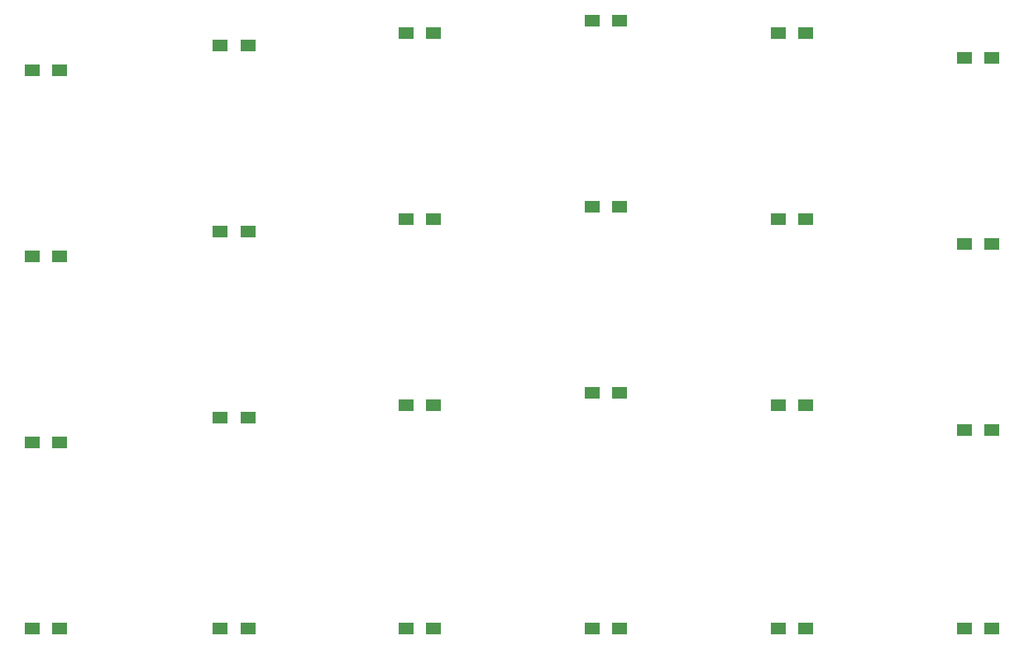
<source format=gbr>
%TF.GenerationSoftware,KiCad,Pcbnew,5.1.9*%
%TF.CreationDate,2021-01-06T03:20:38-06:00*%
%TF.ProjectId,halfboard,68616c66-626f-4617-9264-2e6b69636164,rev?*%
%TF.SameCoordinates,Original*%
%TF.FileFunction,Paste,Top*%
%TF.FilePolarity,Positive*%
%FSLAX46Y46*%
G04 Gerber Fmt 4.6, Leading zero omitted, Abs format (unit mm)*
G04 Created by KiCad (PCBNEW 5.1.9) date 2021-01-06 03:20:38*
%MOMM*%
%LPD*%
G01*
G04 APERTURE LIST*
%ADD10R,1.600000X1.200000*%
G04 APERTURE END LIST*
D10*
%TO.C,D0*%
X146332303Y-53340000D03*
X149132303Y-53340000D03*
%TD*%
%TO.C,D0*%
X146332303Y-72390000D03*
X149132303Y-72390000D03*
%TD*%
%TO.C,D0*%
X146332303Y-91440000D03*
X149132303Y-91440000D03*
%TD*%
%TO.C,D0*%
X146332303Y-111760000D03*
X149132303Y-111760000D03*
%TD*%
%TO.C,D0*%
X127282303Y-111760000D03*
X130082303Y-111760000D03*
%TD*%
%TO.C,D0*%
X108232303Y-111760000D03*
X111032303Y-111760000D03*
%TD*%
%TO.C,D0*%
X89182303Y-111760000D03*
X91982303Y-111760000D03*
%TD*%
%TO.C,D0*%
X127282303Y-88900000D03*
X130082303Y-88900000D03*
%TD*%
%TO.C,D0*%
X127282303Y-69850000D03*
X130082303Y-69850000D03*
%TD*%
%TO.C,D0*%
X127282303Y-50800000D03*
X130082303Y-50800000D03*
%TD*%
%TO.C,D0*%
X108232303Y-49530000D03*
X111032303Y-49530000D03*
%TD*%
%TO.C,D0*%
X108232303Y-68580000D03*
X111032303Y-68580000D03*
%TD*%
%TO.C,D0*%
X108232303Y-87630000D03*
X111032303Y-87630000D03*
%TD*%
%TO.C,D0*%
X89182303Y-88900000D03*
X91982303Y-88900000D03*
%TD*%
%TO.C,D0*%
X89182303Y-69850000D03*
X91982303Y-69850000D03*
%TD*%
%TO.C,D0*%
X89182303Y-50800000D03*
X91982303Y-50800000D03*
%TD*%
%TO.C,D0*%
X70189231Y-52070000D03*
X72989231Y-52070000D03*
%TD*%
%TO.C,D0*%
X70189231Y-71120000D03*
X72989231Y-71120000D03*
%TD*%
%TO.C,D0*%
X70189231Y-90170000D03*
X72989231Y-90170000D03*
%TD*%
%TO.C,D0*%
X70189231Y-111760000D03*
X72989231Y-111760000D03*
%TD*%
%TO.C,D0*%
X50924000Y-111760000D03*
X53724000Y-111760000D03*
%TD*%
%TO.C,D0*%
X50924000Y-92710000D03*
X53724000Y-92710000D03*
%TD*%
%TO.C,D0*%
X50924000Y-73660000D03*
X53724000Y-73660000D03*
%TD*%
%TO.C,D0*%
X53724000Y-54610000D03*
X50924000Y-54610000D03*
%TD*%
M02*

</source>
